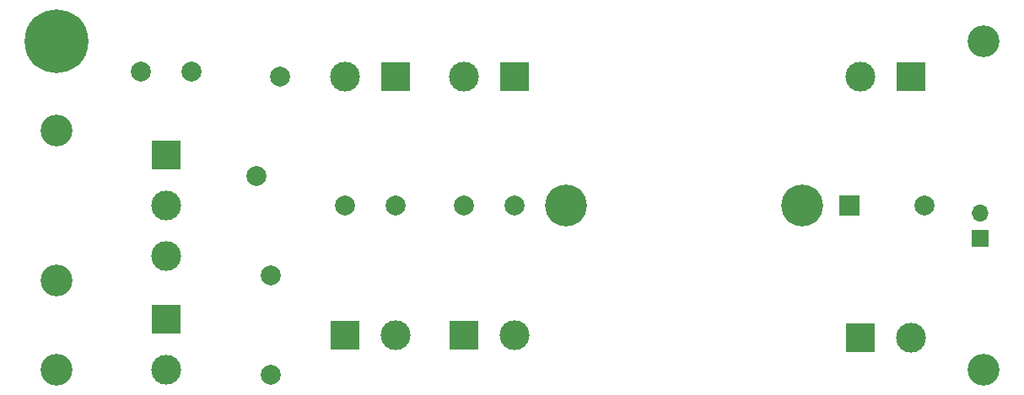
<source format=gbs>
G04 #@! TF.GenerationSoftware,KiCad,Pcbnew,(6.0.8)*
G04 #@! TF.CreationDate,2022-10-31T16:03:17+01:00*
G04 #@! TF.ProjectId,PowerInput,506f7765-7249-46e7-9075-742e6b696361,rev?*
G04 #@! TF.SameCoordinates,Original*
G04 #@! TF.FileFunction,Soldermask,Bot*
G04 #@! TF.FilePolarity,Negative*
%FSLAX46Y46*%
G04 Gerber Fmt 4.6, Leading zero omitted, Abs format (unit mm)*
G04 Created by KiCad (PCBNEW (6.0.8)) date 2022-10-31 16:03:17*
%MOMM*%
%LPD*%
G01*
G04 APERTURE LIST*
%ADD10C,4.200000*%
%ADD11R,2.000000X2.000000*%
%ADD12C,2.000000*%
%ADD13C,3.200000*%
%ADD14C,3.000000*%
%ADD15R,3.000000X3.000000*%
%ADD16C,0.800000*%
%ADD17C,6.400000*%
%ADD18O,1.700000X1.700000*%
%ADD19R,1.700000X1.700000*%
G04 APERTURE END LIST*
D10*
X124650000Y-65000000D03*
X148350000Y-65000000D03*
D11*
X153132323Y-65000000D03*
D12*
X160632323Y-65000000D03*
D13*
X73500000Y-57500000D03*
D12*
X81960000Y-51500000D03*
X87040000Y-51500000D03*
D14*
X107580000Y-78000000D03*
D15*
X102500000Y-78000000D03*
D12*
X107580000Y-65000000D03*
X102500000Y-65000000D03*
D15*
X84500000Y-59941500D03*
D14*
X84500000Y-65021500D03*
X84500000Y-70101500D03*
D15*
X159290000Y-52000000D03*
D14*
X154210000Y-52000000D03*
D15*
X84500000Y-76460000D03*
D14*
X84500000Y-81540000D03*
X114460000Y-52000000D03*
D15*
X119540000Y-52000000D03*
D12*
X114460000Y-65000000D03*
X119540000Y-65000000D03*
D16*
X73500000Y-50900000D03*
D17*
X73500000Y-48500000D03*
D16*
X71802944Y-50197056D03*
X73500000Y-46100000D03*
X75197056Y-50197056D03*
X75197056Y-46802944D03*
X75900000Y-48500000D03*
X71802944Y-46802944D03*
X71100000Y-48500000D03*
D14*
X159290000Y-78250000D03*
D15*
X154210000Y-78250000D03*
D13*
X73500000Y-81500000D03*
D12*
X95000000Y-72000000D03*
X95000000Y-82000000D03*
D13*
X166600000Y-81500000D03*
D12*
X96000000Y-52000000D03*
X93600000Y-62000000D03*
D13*
X166600000Y-48500000D03*
X73500000Y-72500000D03*
D18*
X166200000Y-65735000D03*
D19*
X166200000Y-68275000D03*
D15*
X114460000Y-78000000D03*
D14*
X119540000Y-78000000D03*
D15*
X107580000Y-52000000D03*
D14*
X102500000Y-52000000D03*
M02*

</source>
